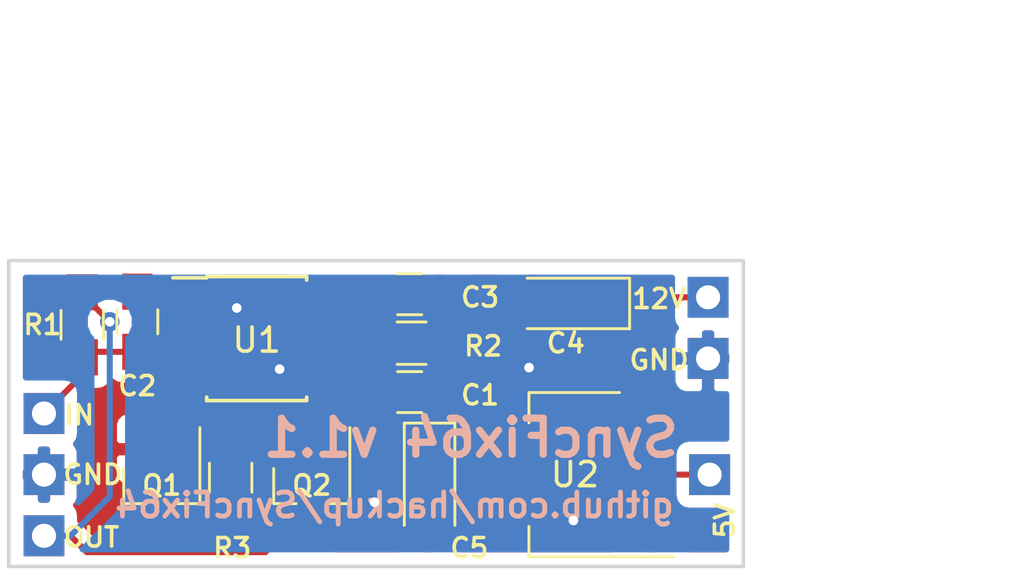
<source format=kicad_pcb>
(kicad_pcb (version 20171130) (host pcbnew "(2017-12-18 revision 3c6d17026)-makepkg")

  (general
    (thickness 1.6)
    (drawings 14)
    (tracks 74)
    (zones 0)
    (modules 15)
    (nets 13)
  )

  (page A4)
  (title_block
    (title SyncFix64)
    (date 2018-01-01)
    (rev 1.1)
    (company hackup.net)
  )

  (layers
    (0 F.Cu signal)
    (31 B.Cu signal)
    (32 B.Adhes user)
    (33 F.Adhes user)
    (34 B.Paste user)
    (35 F.Paste user)
    (36 B.SilkS user)
    (37 F.SilkS user)
    (38 B.Mask user)
    (39 F.Mask user)
    (40 Dwgs.User user)
    (41 Cmts.User user)
    (42 Eco1.User user)
    (43 Eco2.User user)
    (44 Edge.Cuts user)
    (45 Margin user)
    (46 B.CrtYd user)
    (47 F.CrtYd user)
    (48 B.Fab user)
    (49 F.Fab user)
  )

  (setup
    (last_trace_width 0.25)
    (trace_clearance 0.2)
    (zone_clearance 0.508)
    (zone_45_only no)
    (trace_min 0.2)
    (segment_width 0.2)
    (edge_width 0.15)
    (via_size 0.8)
    (via_drill 0.4)
    (via_min_size 0.4)
    (via_min_drill 0.3)
    (uvia_size 0.3)
    (uvia_drill 0.1)
    (uvias_allowed no)
    (uvia_min_size 0.2)
    (uvia_min_drill 0.1)
    (pcb_text_width 0.3)
    (pcb_text_size 1.5 1.5)
    (mod_edge_width 0.15)
    (mod_text_size 1 1)
    (mod_text_width 0.15)
    (pad_size 0.6 0.6)
    (pad_drill 0.3)
    (pad_to_mask_clearance 0.2)
    (aux_axis_origin 0 0)
    (visible_elements 7FFDFFFF)
    (pcbplotparams
      (layerselection 0x010fc_ffffffff)
      (usegerberextensions false)
      (usegerberattributes false)
      (usegerberadvancedattributes false)
      (creategerberjobfile false)
      (excludeedgelayer true)
      (linewidth 0.100000)
      (plotframeref false)
      (viasonmask false)
      (mode 1)
      (useauxorigin false)
      (hpglpennumber 1)
      (hpglpenspeed 20)
      (hpglpendiameter 15)
      (psnegative false)
      (psa4output false)
      (plotreference true)
      (plotvalue true)
      (plotinvisibletext false)
      (padsonsilk false)
      (subtractmaskfromsilk false)
      (outputformat 1)
      (mirror false)
      (drillshape 1)
      (scaleselection 1)
      (outputdirectory ""))
  )

  (net 0 "")
  (net 1 "Net-(C1-Pad1)")
  (net 2 GND)
  (net 3 "Net-(C2-Pad2)")
  (net 4 VideoIN)
  (net 5 +5V)
  (net 6 +12V)
  (net 7 VideoOUT)
  (net 8 "Net-(Q1-Pad1)")
  (net 9 "Net-(Q1-Pad3)")
  (net 10 "Net-(U1-Pad1)")
  (net 11 "Net-(U1-Pad5)")
  (net 12 "Net-(U1-Pad7)")

  (net_class Default "This is the default net class."
    (clearance 0.2)
    (trace_width 0.25)
    (via_dia 0.8)
    (via_drill 0.4)
    (uvia_dia 0.3)
    (uvia_drill 0.1)
    (add_net +12V)
    (add_net +5V)
    (add_net GND)
    (add_net "Net-(C1-Pad1)")
    (add_net "Net-(C2-Pad2)")
    (add_net "Net-(Q1-Pad1)")
    (add_net "Net-(Q1-Pad3)")
    (add_net "Net-(U1-Pad1)")
    (add_net "Net-(U1-Pad5)")
    (add_net "Net-(U1-Pad7)")
    (add_net VideoIN)
    (add_net VideoOUT)
  )

  (module Pin_Headers:Pin_Header_Straight_1x01_Pitch2.54mm (layer F.Cu) (tedit 5A48ECF0) (tstamp 5A636698)
    (at 145.923 74.93)
    (descr "Through hole straight pin header, 1x01, 2.54mm pitch, single row")
    (tags "Through hole pin header THT 1x01 2.54mm single row")
    (path /5A48EC72)
    (fp_text reference J3 (at 0 -2.33) (layer F.SilkS) hide
      (effects (font (size 1 1) (thickness 0.15)))
    )
    (fp_text value AltPwr (at 0 2.33) (layer F.Fab)
      (effects (font (size 1 1) (thickness 0.15)))
    )
    (fp_line (start -0.635 -1.27) (end 1.27 -1.27) (layer F.Fab) (width 0.1))
    (fp_line (start 1.27 -1.27) (end 1.27 1.27) (layer F.Fab) (width 0.1))
    (fp_line (start 1.27 1.27) (end -1.27 1.27) (layer F.Fab) (width 0.1))
    (fp_line (start -1.27 1.27) (end -1.27 -0.635) (layer F.Fab) (width 0.1))
    (fp_line (start -1.27 -0.635) (end -0.635 -1.27) (layer F.Fab) (width 0.1))
    (fp_line (start -1.8 -1.8) (end -1.8 1.8) (layer F.CrtYd) (width 0.05))
    (fp_line (start -1.8 1.8) (end 1.8 1.8) (layer F.CrtYd) (width 0.05))
    (fp_line (start 1.8 1.8) (end 1.8 -1.8) (layer F.CrtYd) (width 0.05))
    (fp_line (start 1.8 -1.8) (end -1.8 -1.8) (layer F.CrtYd) (width 0.05))
    (fp_text user %R (at 0 0 90) (layer F.Fab)
      (effects (font (size 1 1) (thickness 0.15)))
    )
    (pad 1 thru_hole rect (at 0 0) (size 1.7 1.7) (drill 1) (layers *.Cu *.Mask)
      (net 5 +5V))
    (model ${KISYS3DMOD}/Pin_Headers.3dshapes/Pin_Header_Straight_1x01_Pitch2.54mm.wrl
      (at (xyz 0 0 0))
      (scale (xyz 1 1 1))
      (rotate (xyz 0 0 0))
    )
  )

  (module Pin_Headers:Pin_Header_Straight_1x02_Pitch2.54mm (layer F.Cu) (tedit 5A48D557) (tstamp 5A51CD8D)
    (at 145.8595 67.564)
    (descr "Through hole straight pin header, 1x02, 2.54mm pitch, single row")
    (tags "Through hole pin header THT 1x02 2.54mm single row")
    (path /5A455CEA)
    (fp_text reference J1 (at 0 -2.33) (layer F.SilkS) hide
      (effects (font (size 1 1) (thickness 0.15)))
    )
    (fp_text value Pwr (at 0 4.87) (layer F.Fab)
      (effects (font (size 1 1) (thickness 0.15)))
    )
    (fp_line (start -0.635 -1.27) (end 1.27 -1.27) (layer F.Fab) (width 0.1))
    (fp_line (start 1.27 -1.27) (end 1.27 3.81) (layer F.Fab) (width 0.1))
    (fp_line (start 1.27 3.81) (end -1.27 3.81) (layer F.Fab) (width 0.1))
    (fp_line (start -1.27 3.81) (end -1.27 -0.635) (layer F.Fab) (width 0.1))
    (fp_line (start -1.27 -0.635) (end -0.635 -1.27) (layer F.Fab) (width 0.1))
    (fp_line (start -1.8 -1.8) (end -1.8 4.35) (layer F.CrtYd) (width 0.05))
    (fp_line (start -1.8 4.35) (end 1.8 4.35) (layer F.CrtYd) (width 0.05))
    (fp_line (start 1.8 4.35) (end 1.8 -1.8) (layer F.CrtYd) (width 0.05))
    (fp_line (start 1.8 -1.8) (end -1.8 -1.8) (layer F.CrtYd) (width 0.05))
    (fp_text user %R (at 0 1.27 90) (layer F.Fab)
      (effects (font (size 1 1) (thickness 0.15)))
    )
    (pad 1 thru_hole rect (at 0 0) (size 1.7 1.7) (drill 1) (layers *.Cu *.Mask)
      (net 6 +12V))
    (pad 2 thru_hole rect (at 0 2.54) (size 1.7 1.7) (drill 1) (layers *.Cu *.Mask)
      (net 2 GND))
    (model ${KISYS3DMOD}/Pin_Headers.3dshapes/Pin_Header_Straight_1x02_Pitch2.54mm.wrl
      (at (xyz 0 0 0))
      (scale (xyz 1 1 1))
      (rotate (xyz 0 0 0))
    )
  )

  (module Pin_Headers:Pin_Header_Straight_1x03_Pitch2.54mm (layer F.Cu) (tedit 5A48D52B) (tstamp 5A51CDA2)
    (at 118.3005 77.47 180)
    (descr "Through hole straight pin header, 1x03, 2.54mm pitch, single row")
    (tags "Through hole pin header THT 1x03 2.54mm single row")
    (path /5A45C797)
    (fp_text reference J2 (at 0 -2.33 180) (layer F.SilkS) hide
      (effects (font (size 1 1) (thickness 0.15)))
    )
    (fp_text value Video (at 0 7.41 180) (layer F.Fab)
      (effects (font (size 1 1) (thickness 0.15)))
    )
    (fp_line (start -0.635 -1.27) (end 1.27 -1.27) (layer F.Fab) (width 0.1))
    (fp_line (start 1.27 -1.27) (end 1.27 6.35) (layer F.Fab) (width 0.1))
    (fp_line (start 1.27 6.35) (end -1.27 6.35) (layer F.Fab) (width 0.1))
    (fp_line (start -1.27 6.35) (end -1.27 -0.635) (layer F.Fab) (width 0.1))
    (fp_line (start -1.27 -0.635) (end -0.635 -1.27) (layer F.Fab) (width 0.1))
    (fp_line (start -1.8 -1.8) (end -1.8 6.85) (layer F.CrtYd) (width 0.05))
    (fp_line (start -1.8 6.85) (end 1.8 6.85) (layer F.CrtYd) (width 0.05))
    (fp_line (start 1.8 6.85) (end 1.8 -1.8) (layer F.CrtYd) (width 0.05))
    (fp_line (start 1.8 -1.8) (end -1.8 -1.8) (layer F.CrtYd) (width 0.05))
    (fp_text user %R (at 0 2.54 270) (layer F.Fab)
      (effects (font (size 1 1) (thickness 0.15)))
    )
    (pad 1 thru_hole rect (at 0 0 180) (size 1.7 1.7) (drill 1) (layers *.Cu *.Mask)
      (net 7 VideoOUT))
    (pad 2 thru_hole rect (at 0 2.54 180) (size 1.7 1.7) (drill 1) (layers *.Cu *.Mask)
      (net 2 GND))
    (pad 3 thru_hole rect (at 0 5.08 180) (size 1.7 1.7) (drill 1) (layers *.Cu *.Mask)
      (net 4 VideoIN))
    (model ${KISYS3DMOD}/Pin_Headers.3dshapes/Pin_Header_Straight_1x03_Pitch2.54mm.wrl
      (at (xyz 0 0 0))
      (scale (xyz 1 1 1))
      (rotate (xyz 0 0 0))
    )
  )

  (module Capacitors_SMD:C_0805_HandSoldering (layer F.Cu) (tedit 5A48D089) (tstamp 5A56E8F4)
    (at 133.477 71.501)
    (descr "Capacitor SMD 0805, hand soldering")
    (tags "capacitor 0805")
    (path /5A4561A1)
    (attr smd)
    (fp_text reference C1 (at 2.921 0.127) (layer F.SilkS)
      (effects (font (size 0.8 0.8) (thickness 0.15)))
    )
    (fp_text value 100n (at 0 1.75) (layer F.Fab)
      (effects (font (size 1 1) (thickness 0.15)))
    )
    (fp_text user %R (at 0 -1.75) (layer F.Fab)
      (effects (font (size 1 1) (thickness 0.15)))
    )
    (fp_line (start -1 0.62) (end -1 -0.62) (layer F.Fab) (width 0.1))
    (fp_line (start 1 0.62) (end -1 0.62) (layer F.Fab) (width 0.1))
    (fp_line (start 1 -0.62) (end 1 0.62) (layer F.Fab) (width 0.1))
    (fp_line (start -1 -0.62) (end 1 -0.62) (layer F.Fab) (width 0.1))
    (fp_line (start 0.5 -0.85) (end -0.5 -0.85) (layer F.SilkS) (width 0.12))
    (fp_line (start -0.5 0.85) (end 0.5 0.85) (layer F.SilkS) (width 0.12))
    (fp_line (start -2.25 -0.88) (end 2.25 -0.88) (layer F.CrtYd) (width 0.05))
    (fp_line (start -2.25 -0.88) (end -2.25 0.87) (layer F.CrtYd) (width 0.05))
    (fp_line (start 2.25 0.87) (end 2.25 -0.88) (layer F.CrtYd) (width 0.05))
    (fp_line (start 2.25 0.87) (end -2.25 0.87) (layer F.CrtYd) (width 0.05))
    (pad 1 smd rect (at -1.25 0) (size 1.5 1.25) (layers F.Cu F.Paste F.Mask)
      (net 1 "Net-(C1-Pad1)"))
    (pad 2 smd rect (at 1.25 0) (size 1.5 1.25) (layers F.Cu F.Paste F.Mask)
      (net 2 GND))
    (model Capacitors_SMD.3dshapes/C_0805.wrl
      (at (xyz 0 0 0))
      (scale (xyz 1 1 1))
      (rotate (xyz 0 0 0))
    )
  )

  (module Capacitors_SMD:C_0805_HandSoldering (layer F.Cu) (tedit 5A48D2B4) (tstamp 5A56E905)
    (at 122.174 68.58 90)
    (descr "Capacitor SMD 0805, hand soldering")
    (tags "capacitor 0805")
    (path /5A456476)
    (attr smd)
    (fp_text reference C2 (at -2.667 0 180) (layer F.SilkS)
      (effects (font (size 0.8 0.8) (thickness 0.15)))
    )
    (fp_text value 100n (at 0 1.75 90) (layer F.Fab)
      (effects (font (size 1 1) (thickness 0.15)))
    )
    (fp_line (start 2.25 0.87) (end -2.25 0.87) (layer F.CrtYd) (width 0.05))
    (fp_line (start 2.25 0.87) (end 2.25 -0.88) (layer F.CrtYd) (width 0.05))
    (fp_line (start -2.25 -0.88) (end -2.25 0.87) (layer F.CrtYd) (width 0.05))
    (fp_line (start -2.25 -0.88) (end 2.25 -0.88) (layer F.CrtYd) (width 0.05))
    (fp_line (start -0.5 0.85) (end 0.5 0.85) (layer F.SilkS) (width 0.12))
    (fp_line (start 0.5 -0.85) (end -0.5 -0.85) (layer F.SilkS) (width 0.12))
    (fp_line (start -1 -0.62) (end 1 -0.62) (layer F.Fab) (width 0.1))
    (fp_line (start 1 -0.62) (end 1 0.62) (layer F.Fab) (width 0.1))
    (fp_line (start 1 0.62) (end -1 0.62) (layer F.Fab) (width 0.1))
    (fp_line (start -1 0.62) (end -1 -0.62) (layer F.Fab) (width 0.1))
    (fp_text user %R (at 0 -1.75 90) (layer F.Fab)
      (effects (font (size 1 1) (thickness 0.15)))
    )
    (pad 2 smd rect (at 1.25 0 90) (size 1.5 1.25) (layers F.Cu F.Paste F.Mask)
      (net 3 "Net-(C2-Pad2)"))
    (pad 1 smd rect (at -1.25 0 90) (size 1.5 1.25) (layers F.Cu F.Paste F.Mask)
      (net 4 VideoIN))
    (model Capacitors_SMD.3dshapes/C_0805.wrl
      (at (xyz 0 0 0))
      (scale (xyz 1 1 1))
      (rotate (xyz 0 0 0))
    )
  )

  (module Capacitors_SMD:C_0805_HandSoldering (layer F.Cu) (tedit 5A48D07B) (tstamp 5A4A6E1A)
    (at 133.477 67.437 180)
    (descr "Capacitor SMD 0805, hand soldering")
    (tags "capacitor 0805")
    (path /5A45BBFB)
    (attr smd)
    (fp_text reference C3 (at -2.921 -0.127 180) (layer F.SilkS)
      (effects (font (size 0.8 0.8) (thickness 0.15)))
    )
    (fp_text value 100n (at 0 1.75 180) (layer F.Fab)
      (effects (font (size 1 1) (thickness 0.15)))
    )
    (fp_text user %R (at 0 -1.75 180) (layer F.Fab)
      (effects (font (size 1 1) (thickness 0.15)))
    )
    (fp_line (start -1 0.62) (end -1 -0.62) (layer F.Fab) (width 0.1))
    (fp_line (start 1 0.62) (end -1 0.62) (layer F.Fab) (width 0.1))
    (fp_line (start 1 -0.62) (end 1 0.62) (layer F.Fab) (width 0.1))
    (fp_line (start -1 -0.62) (end 1 -0.62) (layer F.Fab) (width 0.1))
    (fp_line (start 0.5 -0.85) (end -0.5 -0.85) (layer F.SilkS) (width 0.12))
    (fp_line (start -0.5 0.85) (end 0.5 0.85) (layer F.SilkS) (width 0.12))
    (fp_line (start -2.25 -0.88) (end 2.25 -0.88) (layer F.CrtYd) (width 0.05))
    (fp_line (start -2.25 -0.88) (end -2.25 0.87) (layer F.CrtYd) (width 0.05))
    (fp_line (start 2.25 0.87) (end 2.25 -0.88) (layer F.CrtYd) (width 0.05))
    (fp_line (start 2.25 0.87) (end -2.25 0.87) (layer F.CrtYd) (width 0.05))
    (pad 1 smd rect (at -1.25 0 180) (size 1.5 1.25) (layers F.Cu F.Paste F.Mask)
      (net 2 GND))
    (pad 2 smd rect (at 1.25 0 180) (size 1.5 1.25) (layers F.Cu F.Paste F.Mask)
      (net 5 +5V))
    (model Capacitors_SMD.3dshapes/C_0805.wrl
      (at (xyz 0 0 0))
      (scale (xyz 1 1 1))
      (rotate (xyz 0 0 0))
    )
  )

  (module TO_SOT_Packages_SMD:SOT-23_Handsoldering (layer F.Cu) (tedit 5A48D6E8) (tstamp 5A56E9C6)
    (at 123.19 75.3745 270)
    (descr "SOT-23, Handsoldering")
    (tags SOT-23)
    (path /5A456EA0)
    (attr smd)
    (fp_text reference Q1 (at 0 0) (layer F.SilkS)
      (effects (font (size 0.8 0.8) (thickness 0.15)))
    )
    (fp_text value BSS138 (at 0 2.5 270) (layer F.Fab)
      (effects (font (size 1 1) (thickness 0.15)))
    )
    (fp_line (start 0.76 1.58) (end -0.7 1.58) (layer F.SilkS) (width 0.12))
    (fp_line (start -0.7 1.52) (end 0.7 1.52) (layer F.Fab) (width 0.1))
    (fp_line (start 0.7 -1.52) (end 0.7 1.52) (layer F.Fab) (width 0.1))
    (fp_line (start -0.7 -0.95) (end -0.15 -1.52) (layer F.Fab) (width 0.1))
    (fp_line (start -0.15 -1.52) (end 0.7 -1.52) (layer F.Fab) (width 0.1))
    (fp_line (start -0.7 -0.95) (end -0.7 1.5) (layer F.Fab) (width 0.1))
    (fp_line (start 0.76 -1.58) (end -2.4 -1.58) (layer F.SilkS) (width 0.12))
    (fp_line (start -2.7 1.75) (end -2.7 -1.75) (layer F.CrtYd) (width 0.05))
    (fp_line (start 2.7 1.75) (end -2.7 1.75) (layer F.CrtYd) (width 0.05))
    (fp_line (start 2.7 -1.75) (end 2.7 1.75) (layer F.CrtYd) (width 0.05))
    (fp_line (start -2.7 -1.75) (end 2.7 -1.75) (layer F.CrtYd) (width 0.05))
    (fp_line (start 0.76 -1.58) (end 0.76 -0.65) (layer F.SilkS) (width 0.12))
    (fp_line (start 0.76 1.58) (end 0.76 0.65) (layer F.SilkS) (width 0.12))
    (fp_text user %R (at 0 0) (layer F.Fab)
      (effects (font (size 0.5 0.5) (thickness 0.075)))
    )
    (pad 3 smd rect (at 1.5 0 270) (size 1.9 0.8) (layers F.Cu F.Paste F.Mask)
      (net 9 "Net-(Q1-Pad3)"))
    (pad 2 smd rect (at -1.5 0.95 270) (size 1.9 0.8) (layers F.Cu F.Paste F.Mask)
      (net 2 GND))
    (pad 1 smd rect (at -1.5 -0.95 270) (size 1.9 0.8) (layers F.Cu F.Paste F.Mask)
      (net 8 "Net-(Q1-Pad1)"))
    (model ${KISYS3DMOD}/TO_SOT_Packages_SMD.3dshapes\SOT-23.wrl
      (at (xyz 0 0 0))
      (scale (xyz 1 1 1))
      (rotate (xyz 0 0 0))
    )
  )

  (module TO_SOT_Packages_SMD:SOT-23_Handsoldering (layer F.Cu) (tedit 5A48D6F5) (tstamp 5A56E9DB)
    (at 129.413 75.3745 270)
    (descr "SOT-23, Handsoldering")
    (tags SOT-23)
    (path /5A457046)
    (attr smd)
    (fp_text reference Q2 (at 0 0) (layer F.SilkS)
      (effects (font (size 0.8 0.8) (thickness 0.15)))
    )
    (fp_text value BSS138 (at 0 2.5 270) (layer F.Fab)
      (effects (font (size 1 1) (thickness 0.15)))
    )
    (fp_line (start 0.76 1.58) (end -0.7 1.58) (layer F.SilkS) (width 0.12))
    (fp_line (start -0.7 1.52) (end 0.7 1.52) (layer F.Fab) (width 0.1))
    (fp_line (start 0.7 -1.52) (end 0.7 1.52) (layer F.Fab) (width 0.1))
    (fp_line (start -0.7 -0.95) (end -0.15 -1.52) (layer F.Fab) (width 0.1))
    (fp_line (start -0.15 -1.52) (end 0.7 -1.52) (layer F.Fab) (width 0.1))
    (fp_line (start -0.7 -0.95) (end -0.7 1.5) (layer F.Fab) (width 0.1))
    (fp_line (start 0.76 -1.58) (end -2.4 -1.58) (layer F.SilkS) (width 0.12))
    (fp_line (start -2.7 1.75) (end -2.7 -1.75) (layer F.CrtYd) (width 0.05))
    (fp_line (start 2.7 1.75) (end -2.7 1.75) (layer F.CrtYd) (width 0.05))
    (fp_line (start 2.7 -1.75) (end 2.7 1.75) (layer F.CrtYd) (width 0.05))
    (fp_line (start -2.7 -1.75) (end 2.7 -1.75) (layer F.CrtYd) (width 0.05))
    (fp_line (start 0.76 -1.58) (end 0.76 -0.65) (layer F.SilkS) (width 0.12))
    (fp_line (start 0.76 1.58) (end 0.76 0.65) (layer F.SilkS) (width 0.12))
    (fp_text user %R (at 0 0) (layer F.Fab)
      (effects (font (size 0.5 0.5) (thickness 0.075)))
    )
    (pad 3 smd rect (at 1.5 0 270) (size 1.9 0.8) (layers F.Cu F.Paste F.Mask)
      (net 7 VideoOUT))
    (pad 2 smd rect (at -1.5 0.95 270) (size 1.9 0.8) (layers F.Cu F.Paste F.Mask)
      (net 2 GND))
    (pad 1 smd rect (at -1.5 -0.95 270) (size 1.9 0.8) (layers F.Cu F.Paste F.Mask)
      (net 9 "Net-(Q1-Pad3)"))
    (model ${KISYS3DMOD}/TO_SOT_Packages_SMD.3dshapes\SOT-23.wrl
      (at (xyz 0 0 0))
      (scale (xyz 1 1 1))
      (rotate (xyz 0 0 0))
    )
  )

  (module Resistors_SMD:R_0805_HandSoldering (layer F.Cu) (tedit 5A48D697) (tstamp 5A56E9EC)
    (at 119.888 68.707 90)
    (descr "Resistor SMD 0805, hand soldering")
    (tags "resistor 0805")
    (path /5A458794)
    (attr smd)
    (fp_text reference R1 (at 0 -1.651 180) (layer F.SilkS)
      (effects (font (size 0.8 0.8) (thickness 0.15)))
    )
    (fp_text value 100 (at 0 1.75 90) (layer F.Fab)
      (effects (font (size 1 1) (thickness 0.15)))
    )
    (fp_line (start 2.35 0.9) (end -2.35 0.9) (layer F.CrtYd) (width 0.05))
    (fp_line (start 2.35 0.9) (end 2.35 -0.9) (layer F.CrtYd) (width 0.05))
    (fp_line (start -2.35 -0.9) (end -2.35 0.9) (layer F.CrtYd) (width 0.05))
    (fp_line (start -2.35 -0.9) (end 2.35 -0.9) (layer F.CrtYd) (width 0.05))
    (fp_line (start -0.6 -0.88) (end 0.6 -0.88) (layer F.SilkS) (width 0.12))
    (fp_line (start 0.6 0.88) (end -0.6 0.88) (layer F.SilkS) (width 0.12))
    (fp_line (start -1 -0.62) (end 1 -0.62) (layer F.Fab) (width 0.1))
    (fp_line (start 1 -0.62) (end 1 0.62) (layer F.Fab) (width 0.1))
    (fp_line (start 1 0.62) (end -1 0.62) (layer F.Fab) (width 0.1))
    (fp_line (start -1 0.62) (end -1 -0.62) (layer F.Fab) (width 0.1))
    (fp_text user %R (at 0 0 90) (layer F.Fab)
      (effects (font (size 0.5 0.5) (thickness 0.075)))
    )
    (pad 2 smd rect (at 1.35 0 90) (size 1.5 1.3) (layers F.Cu F.Paste F.Mask)
      (net 7 VideoOUT))
    (pad 1 smd rect (at -1.35 0 90) (size 1.5 1.3) (layers F.Cu F.Paste F.Mask)
      (net 4 VideoIN))
    (model ${KISYS3DMOD}/Resistors_SMD.3dshapes/R_0805.wrl
      (at (xyz 0 0 0))
      (scale (xyz 1 1 1))
      (rotate (xyz 0 0 0))
    )
  )

  (module Resistors_SMD:R_0805_HandSoldering (layer F.Cu) (tedit 5A48D077) (tstamp 5A56E9FD)
    (at 133.557 69.469)
    (descr "Resistor SMD 0805, hand soldering")
    (tags "resistor 0805")
    (path /5A4560E0)
    (attr smd)
    (fp_text reference R2 (at 2.968 0.127) (layer F.SilkS)
      (effects (font (size 0.8 0.8) (thickness 0.15)))
    )
    (fp_text value 680k (at 0 1.75) (layer F.Fab)
      (effects (font (size 1 1) (thickness 0.15)))
    )
    (fp_text user %R (at 2.8575 0.127) (layer F.Fab)
      (effects (font (size 0.5 0.5) (thickness 0.075)))
    )
    (fp_line (start -1 0.62) (end -1 -0.62) (layer F.Fab) (width 0.1))
    (fp_line (start 1 0.62) (end -1 0.62) (layer F.Fab) (width 0.1))
    (fp_line (start 1 -0.62) (end 1 0.62) (layer F.Fab) (width 0.1))
    (fp_line (start -1 -0.62) (end 1 -0.62) (layer F.Fab) (width 0.1))
    (fp_line (start 0.6 0.88) (end -0.6 0.88) (layer F.SilkS) (width 0.12))
    (fp_line (start -0.6 -0.88) (end 0.6 -0.88) (layer F.SilkS) (width 0.12))
    (fp_line (start -2.35 -0.9) (end 2.35 -0.9) (layer F.CrtYd) (width 0.05))
    (fp_line (start -2.35 -0.9) (end -2.35 0.9) (layer F.CrtYd) (width 0.05))
    (fp_line (start 2.35 0.9) (end 2.35 -0.9) (layer F.CrtYd) (width 0.05))
    (fp_line (start 2.35 0.9) (end -2.35 0.9) (layer F.CrtYd) (width 0.05))
    (pad 1 smd rect (at -1.35 0) (size 1.5 1.3) (layers F.Cu F.Paste F.Mask)
      (net 1 "Net-(C1-Pad1)"))
    (pad 2 smd rect (at 1.35 0) (size 1.5 1.3) (layers F.Cu F.Paste F.Mask)
      (net 2 GND))
    (model ${KISYS3DMOD}/Resistors_SMD.3dshapes/R_0805.wrl
      (at (xyz 0 0 0))
      (scale (xyz 1 1 1))
      (rotate (xyz 0 0 0))
    )
  )

  (module Resistors_SMD:R_0805_HandSoldering (layer F.Cu) (tedit 5A48D112) (tstamp 5A56EA0E)
    (at 126.0475 75.057 270)
    (descr "Resistor SMD 0805, hand soldering")
    (tags "resistor 0805")
    (path /5A456F86)
    (attr smd)
    (fp_text reference R3 (at 2.921 -0.0635) (layer F.SilkS)
      (effects (font (size 0.8 0.8) (thickness 0.15)))
    )
    (fp_text value 10k (at 0 1.75 270) (layer F.Fab)
      (effects (font (size 1 1) (thickness 0.15)))
    )
    (fp_line (start 2.35 0.9) (end -2.35 0.9) (layer F.CrtYd) (width 0.05))
    (fp_line (start 2.35 0.9) (end 2.35 -0.9) (layer F.CrtYd) (width 0.05))
    (fp_line (start -2.35 -0.9) (end -2.35 0.9) (layer F.CrtYd) (width 0.05))
    (fp_line (start -2.35 -0.9) (end 2.35 -0.9) (layer F.CrtYd) (width 0.05))
    (fp_line (start -0.6 -0.88) (end 0.6 -0.88) (layer F.SilkS) (width 0.12))
    (fp_line (start 0.6 0.88) (end -0.6 0.88) (layer F.SilkS) (width 0.12))
    (fp_line (start -1 -0.62) (end 1 -0.62) (layer F.Fab) (width 0.1))
    (fp_line (start 1 -0.62) (end 1 0.62) (layer F.Fab) (width 0.1))
    (fp_line (start 1 0.62) (end -1 0.62) (layer F.Fab) (width 0.1))
    (fp_line (start -1 0.62) (end -1 -0.62) (layer F.Fab) (width 0.1))
    (fp_text user %R (at 0 0 270) (layer F.Fab)
      (effects (font (size 0.5 0.5) (thickness 0.075)))
    )
    (pad 2 smd rect (at 1.35 0 270) (size 1.5 1.3) (layers F.Cu F.Paste F.Mask)
      (net 9 "Net-(Q1-Pad3)"))
    (pad 1 smd rect (at -1.35 0 270) (size 1.5 1.3) (layers F.Cu F.Paste F.Mask)
      (net 5 +5V))
    (model ${KISYS3DMOD}/Resistors_SMD.3dshapes/R_0805.wrl
      (at (xyz 0 0 0))
      (scale (xyz 1 1 1))
      (rotate (xyz 0 0 0))
    )
  )

  (module Housings_SOIC:SOIC-8_3.9x4.9mm_Pitch1.27mm (layer F.Cu) (tedit 5A45844D) (tstamp 5A56EA3C)
    (at 127.127 69.2785)
    (descr "8-Lead Plastic Small Outline (SN) - Narrow, 3.90 mm Body [SOIC] (see Microchip Packaging Specification 00000049BS.pdf)")
    (tags "SOIC 1.27")
    (path /5A4522AE)
    (attr smd)
    (fp_text reference U1 (at 0 0.0635) (layer F.SilkS)
      (effects (font (size 1 1) (thickness 0.15)))
    )
    (fp_text value LM1881 (at 0 3.5) (layer F.Fab)
      (effects (font (size 1 1) (thickness 0.15)))
    )
    (fp_text user %R (at 0 0) (layer F.Fab)
      (effects (font (size 1 1) (thickness 0.15)))
    )
    (fp_line (start -0.95 -2.45) (end 1.95 -2.45) (layer F.Fab) (width 0.1))
    (fp_line (start 1.95 -2.45) (end 1.95 2.45) (layer F.Fab) (width 0.1))
    (fp_line (start 1.95 2.45) (end -1.95 2.45) (layer F.Fab) (width 0.1))
    (fp_line (start -1.95 2.45) (end -1.95 -1.45) (layer F.Fab) (width 0.1))
    (fp_line (start -1.95 -1.45) (end -0.95 -2.45) (layer F.Fab) (width 0.1))
    (fp_line (start -3.73 -2.7) (end -3.73 2.7) (layer F.CrtYd) (width 0.05))
    (fp_line (start 3.73 -2.7) (end 3.73 2.7) (layer F.CrtYd) (width 0.05))
    (fp_line (start -3.73 -2.7) (end 3.73 -2.7) (layer F.CrtYd) (width 0.05))
    (fp_line (start -3.73 2.7) (end 3.73 2.7) (layer F.CrtYd) (width 0.05))
    (fp_line (start -2.075 -2.575) (end -2.075 -2.525) (layer F.SilkS) (width 0.15))
    (fp_line (start 2.075 -2.575) (end 2.075 -2.43) (layer F.SilkS) (width 0.15))
    (fp_line (start 2.075 2.575) (end 2.075 2.43) (layer F.SilkS) (width 0.15))
    (fp_line (start -2.075 2.575) (end -2.075 2.43) (layer F.SilkS) (width 0.15))
    (fp_line (start -2.075 -2.575) (end 2.075 -2.575) (layer F.SilkS) (width 0.15))
    (fp_line (start -2.075 2.575) (end 2.075 2.575) (layer F.SilkS) (width 0.15))
    (fp_line (start -2.075 -2.525) (end -3.475 -2.525) (layer F.SilkS) (width 0.15))
    (pad 1 smd rect (at -2.7 -1.905) (size 1.55 0.6) (layers F.Cu F.Paste F.Mask)
      (net 10 "Net-(U1-Pad1)"))
    (pad 2 smd rect (at -2.7 -0.635) (size 1.55 0.6) (layers F.Cu F.Paste F.Mask)
      (net 3 "Net-(C2-Pad2)"))
    (pad 3 smd rect (at -2.7 0.635) (size 1.55 0.6) (layers F.Cu F.Paste F.Mask)
      (net 8 "Net-(Q1-Pad1)"))
    (pad 4 smd rect (at -2.7 1.905) (size 1.55 0.6) (layers F.Cu F.Paste F.Mask)
      (net 2 GND))
    (pad 5 smd rect (at 2.7 1.905) (size 1.55 0.6) (layers F.Cu F.Paste F.Mask)
      (net 11 "Net-(U1-Pad5)"))
    (pad 6 smd rect (at 2.7 0.635) (size 1.55 0.6) (layers F.Cu F.Paste F.Mask)
      (net 1 "Net-(C1-Pad1)"))
    (pad 7 smd rect (at 2.7 -0.635) (size 1.55 0.6) (layers F.Cu F.Paste F.Mask)
      (net 12 "Net-(U1-Pad7)"))
    (pad 8 smd rect (at 2.7 -1.905) (size 1.55 0.6) (layers F.Cu F.Paste F.Mask)
      (net 5 +5V))
    (model ${KISYS3DMOD}/Housings_SOIC.3dshapes/SOIC-8_3.9x4.9mm_Pitch1.27mm.wrl
      (at (xyz 0 0 0))
      (scale (xyz 1 1 1))
      (rotate (xyz 0 0 0))
    )
  )

  (module TO_SOT_Packages_SMD:SOT-223-3_TabPin2 (layer F.Cu) (tedit 5A458352) (tstamp 5A56EA52)
    (at 140.335 74.93 180)
    (descr "module CMS SOT223 4 pins")
    (tags "CMS SOT")
    (path /5A452448)
    (attr smd)
    (fp_text reference U2 (at 0 0 180) (layer F.SilkS)
      (effects (font (size 1 1) (thickness 0.15)))
    )
    (fp_text value AMS1117-50 (at 0 4.5 180) (layer F.Fab)
      (effects (font (size 1 1) (thickness 0.15)))
    )
    (fp_text user %R (at 0 0 270) (layer F.Fab)
      (effects (font (size 0.8 0.8) (thickness 0.12)))
    )
    (fp_line (start 1.91 3.41) (end 1.91 2.15) (layer F.SilkS) (width 0.12))
    (fp_line (start 1.91 -3.41) (end 1.91 -2.15) (layer F.SilkS) (width 0.12))
    (fp_line (start 4.4 -3.6) (end -4.4 -3.6) (layer F.CrtYd) (width 0.05))
    (fp_line (start 4.4 3.6) (end 4.4 -3.6) (layer F.CrtYd) (width 0.05))
    (fp_line (start -4.4 3.6) (end 4.4 3.6) (layer F.CrtYd) (width 0.05))
    (fp_line (start -4.4 -3.6) (end -4.4 3.6) (layer F.CrtYd) (width 0.05))
    (fp_line (start -1.85 -2.35) (end -0.85 -3.35) (layer F.Fab) (width 0.1))
    (fp_line (start -1.85 -2.35) (end -1.85 3.35) (layer F.Fab) (width 0.1))
    (fp_line (start -1.85 3.41) (end 1.91 3.41) (layer F.SilkS) (width 0.12))
    (fp_line (start -0.85 -3.35) (end 1.85 -3.35) (layer F.Fab) (width 0.1))
    (fp_line (start -4.1 -3.41) (end 1.91 -3.41) (layer F.SilkS) (width 0.12))
    (fp_line (start -1.85 3.35) (end 1.85 3.35) (layer F.Fab) (width 0.1))
    (fp_line (start 1.85 -3.35) (end 1.85 3.35) (layer F.Fab) (width 0.1))
    (pad 2 smd rect (at 3.15 0 180) (size 2 3.8) (layers F.Cu F.Paste F.Mask)
      (net 5 +5V))
    (pad 2 smd rect (at -3.15 0 180) (size 2 1.5) (layers F.Cu F.Paste F.Mask)
      (net 5 +5V))
    (pad 3 smd rect (at -3.15 2.3 180) (size 2 1.5) (layers F.Cu F.Paste F.Mask)
      (net 6 +12V))
    (pad 1 smd rect (at -3.15 -2.3 180) (size 2 1.5) (layers F.Cu F.Paste F.Mask)
      (net 2 GND))
    (model ${KISYS3DMOD}/TO_SOT_Packages_SMD.3dshapes/SOT-223.wrl
      (at (xyz 0 0 0))
      (scale (xyz 1 1 1))
      (rotate (xyz 0 0 0))
    )
  )

  (module Capacitors_Tantalum_SMD:CP_Tantalum_Case-A_EIA-3216-18_Reflow (layer F.Cu) (tedit 5A48D0A8) (tstamp 5A62CF29)
    (at 139.954 67.818 180)
    (descr "Tantalum capacitor, Case A, EIA 3216-18, 3.2x1.6x1.6mm, Reflow soldering footprint")
    (tags "capacitor tantalum smd")
    (path /5A455BB9)
    (attr smd)
    (fp_text reference C4 (at 0 -1.651 180) (layer F.SilkS)
      (effects (font (size 0.8 0.8) (thickness 0.15)))
    )
    (fp_text value CP (at 0 2.55 180) (layer F.Fab)
      (effects (font (size 1 1) (thickness 0.15)))
    )
    (fp_line (start -2.65 -1.05) (end -2.65 1.05) (layer F.SilkS) (width 0.12))
    (fp_line (start -2.65 1.05) (end 1.6 1.05) (layer F.SilkS) (width 0.12))
    (fp_line (start -2.65 -1.05) (end 1.6 -1.05) (layer F.SilkS) (width 0.12))
    (fp_line (start -1.12 -0.8) (end -1.12 0.8) (layer F.Fab) (width 0.1))
    (fp_line (start -1.28 -0.8) (end -1.28 0.8) (layer F.Fab) (width 0.1))
    (fp_line (start 1.6 -0.8) (end -1.6 -0.8) (layer F.Fab) (width 0.1))
    (fp_line (start 1.6 0.8) (end 1.6 -0.8) (layer F.Fab) (width 0.1))
    (fp_line (start -1.6 0.8) (end 1.6 0.8) (layer F.Fab) (width 0.1))
    (fp_line (start -1.6 -0.8) (end -1.6 0.8) (layer F.Fab) (width 0.1))
    (fp_line (start 2.75 -1.2) (end -2.75 -1.2) (layer F.CrtYd) (width 0.05))
    (fp_line (start 2.75 1.2) (end 2.75 -1.2) (layer F.CrtYd) (width 0.05))
    (fp_line (start -2.75 1.2) (end 2.75 1.2) (layer F.CrtYd) (width 0.05))
    (fp_line (start -2.75 -1.2) (end -2.75 1.2) (layer F.CrtYd) (width 0.05))
    (fp_text user %R (at 0 0 180) (layer F.Fab)
      (effects (font (size 0.7 0.7) (thickness 0.105)))
    )
    (pad 2 smd rect (at 1.375 0 180) (size 1.95 1.5) (layers F.Cu F.Paste F.Mask)
      (net 2 GND))
    (pad 1 smd rect (at -1.375 0 180) (size 1.95 1.5) (layers F.Cu F.Paste F.Mask)
      (net 6 +12V))
    (model Capacitors_Tantalum_SMD.3dshapes/CP_Tantalum_Case-A_EIA-3216-18.wrl
      (at (xyz 0 0 0))
      (scale (xyz 1 1 1))
      (rotate (xyz 0 0 0))
    )
  )

  (module Capacitors_Tantalum_SMD:CP_Tantalum_Case-A_EIA-3216-18_Reflow (layer F.Cu) (tedit 5A48D0EE) (tstamp 5A62CF3C)
    (at 134.3025 75.438 270)
    (descr "Tantalum capacitor, Case A, EIA 3216-18, 3.2x1.6x1.6mm, Reflow soldering footprint")
    (tags "capacitor tantalum smd")
    (path /5A455B2C)
    (attr smd)
    (fp_text reference C5 (at 2.54 -1.651) (layer F.SilkS)
      (effects (font (size 0.8 0.8) (thickness 0.15)))
    )
    (fp_text value CP (at 0 2.55 270) (layer F.Fab)
      (effects (font (size 1 1) (thickness 0.15)))
    )
    (fp_text user %R (at 0 0 270) (layer F.Fab)
      (effects (font (size 0.7 0.7) (thickness 0.105)))
    )
    (fp_line (start -2.75 -1.2) (end -2.75 1.2) (layer F.CrtYd) (width 0.05))
    (fp_line (start -2.75 1.2) (end 2.75 1.2) (layer F.CrtYd) (width 0.05))
    (fp_line (start 2.75 1.2) (end 2.75 -1.2) (layer F.CrtYd) (width 0.05))
    (fp_line (start 2.75 -1.2) (end -2.75 -1.2) (layer F.CrtYd) (width 0.05))
    (fp_line (start -1.6 -0.8) (end -1.6 0.8) (layer F.Fab) (width 0.1))
    (fp_line (start -1.6 0.8) (end 1.6 0.8) (layer F.Fab) (width 0.1))
    (fp_line (start 1.6 0.8) (end 1.6 -0.8) (layer F.Fab) (width 0.1))
    (fp_line (start 1.6 -0.8) (end -1.6 -0.8) (layer F.Fab) (width 0.1))
    (fp_line (start -1.28 -0.8) (end -1.28 0.8) (layer F.Fab) (width 0.1))
    (fp_line (start -1.12 -0.8) (end -1.12 0.8) (layer F.Fab) (width 0.1))
    (fp_line (start -2.65 -1.05) (end 1.6 -1.05) (layer F.SilkS) (width 0.12))
    (fp_line (start -2.65 1.05) (end 1.6 1.05) (layer F.SilkS) (width 0.12))
    (fp_line (start -2.65 -1.05) (end -2.65 1.05) (layer F.SilkS) (width 0.12))
    (pad 1 smd rect (at -1.375 0 270) (size 1.95 1.5) (layers F.Cu F.Paste F.Mask)
      (net 5 +5V))
    (pad 2 smd rect (at 1.375 0 270) (size 1.95 1.5) (layers F.Cu F.Paste F.Mask)
      (net 2 GND))
    (model Capacitors_Tantalum_SMD.3dshapes/CP_Tantalum_Case-A_EIA-3216-18.wrl
      (at (xyz 0 0 0))
      (scale (xyz 1 1 1))
      (rotate (xyz 0 0 0))
    )
  )

  (gr_text 5V (at 146.558 76.835 90) (layer F.SilkS) (tstamp 5A6380FA)
    (effects (font (size 0.8 0.8) (thickness 0.15)))
  )
  (gr_text "SyncFix64 v1.1" (at 136.017 73.406) (layer B.SilkS)
    (effects (font (size 1.5 1.5) (thickness 0.3)) (justify mirror))
  )
  (gr_text github.com/hackup/SyncFix64 (at 132.842 76.2) (layer B.SilkS)
    (effects (font (size 1 1) (thickness 0.2)) (justify mirror))
  )
  (gr_text 12V (at 143.8275 67.6275) (layer F.SilkS) (tstamp 5A51E8E3)
    (effects (font (size 0.8 0.8) (thickness 0.15)))
  )
  (gr_text GND (at 143.8275 70.1675) (layer F.SilkS) (tstamp 5A51E8E1)
    (effects (font (size 0.8 0.8) (thickness 0.15)))
  )
  (gr_text OUT (at 120.269 77.5335) (layer F.SilkS) (tstamp 5A51E8B0)
    (effects (font (size 0.8 0.8) (thickness 0.15)))
  )
  (gr_text GND (at 120.3325 74.93) (layer F.SilkS) (tstamp 5A51E8A8)
    (effects (font (size 0.8 0.8) (thickness 0.15)))
  )
  (gr_text IN (at 119.761 72.4535) (layer F.SilkS)
    (effects (font (size 0.8 0.8) (thickness 0.15)))
  )
  (dimension 30.48 (width 0.3) (layer Dwgs.User)
    (gr_text "30.480 mm" (at 132.08 57.07) (layer Dwgs.User)
      (effects (font (size 1.5 1.5) (thickness 0.3)))
    )
    (feature1 (pts (xy 147.32 62.23) (xy 147.32 55.72)))
    (feature2 (pts (xy 116.84 62.23) (xy 116.84 55.72)))
    (crossbar (pts (xy 116.84 58.42) (xy 147.32 58.42)))
    (arrow1a (pts (xy 147.32 58.42) (xy 146.193496 59.006421)))
    (arrow1b (pts (xy 147.32 58.42) (xy 146.193496 57.833579)))
    (arrow2a (pts (xy 116.84 58.42) (xy 117.966504 59.006421)))
    (arrow2b (pts (xy 116.84 58.42) (xy 117.966504 57.833579)))
  )
  (dimension 12.7 (width 0.3) (layer Dwgs.User)
    (gr_text "12.700 mm" (at 156.29 72.39 270) (layer Dwgs.User)
      (effects (font (size 1.5 1.5) (thickness 0.3)))
    )
    (feature1 (pts (xy 151.13 78.74) (xy 157.64 78.74)))
    (feature2 (pts (xy 151.13 66.04) (xy 157.64 66.04)))
    (crossbar (pts (xy 154.94 66.04) (xy 154.94 78.74)))
    (arrow1a (pts (xy 154.94 78.74) (xy 154.353579 77.613496)))
    (arrow1b (pts (xy 154.94 78.74) (xy 155.526421 77.613496)))
    (arrow2a (pts (xy 154.94 66.04) (xy 154.353579 67.166504)))
    (arrow2b (pts (xy 154.94 66.04) (xy 155.526421 67.166504)))
  )
  (gr_line (start 116.84 78.74) (end 147.32 78.74) (angle 90) (layer Edge.Cuts) (width 0.15))
  (gr_line (start 147.32 66.04) (end 116.84 66.04) (angle 90) (layer Edge.Cuts) (width 0.15))
  (gr_line (start 116.84 66.04) (end 116.84 78.74) (angle 90) (layer Edge.Cuts) (width 0.15))
  (gr_line (start 147.32 66.04) (end 147.32 78.74) (angle 90) (layer Edge.Cuts) (width 0.15))

  (segment (start 132.227 71.501) (end 132.227 69.489) (width 0.25) (layer F.Cu) (net 1))
  (segment (start 132.227 69.489) (end 132.207 69.469) (width 0.25) (layer F.Cu) (net 1))
  (segment (start 129.827 69.9135) (end 131.7625 69.9135) (width 0.25) (layer F.Cu) (net 1))
  (segment (start 131.7625 69.9135) (end 132.207 69.469) (width 0.25) (layer F.Cu) (net 1))
  (segment (start 132.5715 71.401) (end 132.6715 71.501) (width 0.25) (layer F.Cu) (net 1))
  (segment (start 132.127 69.9135) (end 132.5715 69.469) (width 0.25) (layer F.Cu) (net 1))
  (via (at 132.0165 76.073) (size 0.8) (drill 0.4) (layers F.Cu B.Cu) (net 2))
  (via (at 140.2715 76.835) (size 0.8) (drill 0.4) (layers F.Cu B.Cu) (net 2))
  (via (at 138.43 70.485) (size 0.8) (drill 0.4) (layers F.Cu B.Cu) (net 2))
  (via (at 128.0795 70.5485) (size 0.8) (drill 0.4) (layers F.Cu B.Cu) (net 2))
  (via (at 126.3015 68.0085) (size 0.8) (drill 0.4) (layers F.Cu B.Cu) (net 2))
  (segment (start 122.174 67.33) (end 122.174 67.455) (width 0.25) (layer F.Cu) (net 3))
  (segment (start 122.174 67.455) (end 123.3625 68.6435) (width 0.25) (layer F.Cu) (net 3))
  (segment (start 123.3625 68.6435) (end 123.402 68.6435) (width 0.25) (layer F.Cu) (net 3))
  (segment (start 123.402 68.6435) (end 124.427 68.6435) (width 0.25) (layer F.Cu) (net 3))
  (segment (start 118.3005 72.39) (end 119.888 70.8025) (width 0.25) (layer F.Cu) (net 4))
  (segment (start 119.888 70.8025) (end 119.888 70.057) (width 0.25) (layer F.Cu) (net 4))
  (segment (start 118.1735 72.263) (end 118.3005 72.39) (width 0.25) (layer F.Cu) (net 4) (status 30))
  (segment (start 122.174 69.83) (end 120.115 69.83) (width 0.25) (layer F.Cu) (net 4))
  (segment (start 120.115 69.83) (end 119.888 70.057) (width 0.25) (layer F.Cu) (net 4))
  (segment (start 127.127 71.12) (end 126.0475 72.1995) (width 0.25) (layer F.Cu) (net 5))
  (segment (start 126.0475 72.1995) (end 126.0475 73.707) (width 0.25) (layer F.Cu) (net 5))
  (segment (start 127.127 69.0485) (end 127.127 71.12) (width 0.25) (layer F.Cu) (net 5))
  (segment (start 129.827 67.3735) (end 128.802 67.3735) (width 0.25) (layer F.Cu) (net 5))
  (segment (start 128.802 67.3735) (end 127.127 69.0485) (width 0.25) (layer F.Cu) (net 5))
  (segment (start 132.227 67.437) (end 129.8905 67.437) (width 0.25) (layer F.Cu) (net 5))
  (segment (start 129.8905 67.437) (end 129.827 67.3735) (width 0.25) (layer F.Cu) (net 5))
  (segment (start 134.3025 74.063) (end 134.3025 73.838) (width 0.25) (layer F.Cu) (net 5))
  (segment (start 134.3025 73.838) (end 133.302001 72.837501) (width 0.25) (layer F.Cu) (net 5))
  (segment (start 133.302001 72.837501) (end 133.302001 68.387001) (width 0.25) (layer F.Cu) (net 5))
  (segment (start 133.302001 68.387001) (end 132.352 67.437) (width 0.25) (layer F.Cu) (net 5))
  (segment (start 132.352 67.437) (end 132.227 67.437) (width 0.25) (layer F.Cu) (net 5))
  (segment (start 137.185 74.93) (end 135.1695 74.93) (width 0.25) (layer F.Cu) (net 5))
  (segment (start 135.1695 74.93) (end 134.3025 74.063) (width 0.25) (layer F.Cu) (net 5))
  (segment (start 143.485 74.93) (end 137.185 74.93) (width 0.25) (layer F.Cu) (net 5))
  (segment (start 145.923 74.93) (end 143.485 74.93) (width 0.25) (layer F.Cu) (net 5))
  (segment (start 126.0475 73.707) (end 126.0475 73.607) (width 0.25) (layer F.Cu) (net 5))
  (segment (start 129.479 67.3735) (end 129.954 67.3735) (width 0.25) (layer F.Cu) (net 5))
  (segment (start 132.608 67.3735) (end 132.6715 67.437) (width 0.25) (layer F.Cu) (net 5))
  (segment (start 143.485 72.63) (end 143.485 68.8385) (width 0.25) (layer F.Cu) (net 6))
  (segment (start 143.485 68.8385) (end 144.7595 67.564) (width 0.25) (layer F.Cu) (net 6))
  (segment (start 144.7595 67.564) (end 145.8595 67.564) (width 0.25) (layer F.Cu) (net 6))
  (segment (start 143.743 72.63) (end 143.993 72.63) (width 0.25) (layer F.Cu) (net 6))
  (segment (start 143.993 72.63) (end 144.243 72.63) (width 0.25) (layer F.Cu) (net 6))
  (segment (start 145.8595 67.564) (end 141.456 67.564) (width 0.25) (layer F.Cu) (net 6) (status 10))
  (segment (start 141.456 67.564) (end 141.202 67.818) (width 0.25) (layer F.Cu) (net 6) (status 30))
  (segment (start 121.031 68.58) (end 121.031 75.8395) (width 0.25) (layer B.Cu) (net 7))
  (segment (start 121.031 75.8395) (end 119.4005 77.47) (width 0.25) (layer B.Cu) (net 7))
  (segment (start 119.4005 77.47) (end 118.3005 77.47) (width 0.25) (layer B.Cu) (net 7))
  (segment (start 119.888 67.437) (end 121.031 68.58) (width 0.25) (layer F.Cu) (net 7))
  (segment (start 119.888 67.357) (end 119.888 67.437) (width 0.25) (layer F.Cu) (net 7))
  (via (at 121.031 68.58) (size 0.8) (drill 0.4) (layers F.Cu B.Cu) (net 7))
  (segment (start 118.3005 77.47) (end 119.4005 77.47) (width 0.25) (layer F.Cu) (net 7))
  (segment (start 119.4005 77.47) (end 120.080001 78.149501) (width 0.25) (layer F.Cu) (net 7))
  (segment (start 120.080001 78.149501) (end 127.487999 78.149501) (width 0.25) (layer F.Cu) (net 7))
  (segment (start 127.487999 78.149501) (end 128.763 76.8745) (width 0.25) (layer F.Cu) (net 7))
  (segment (start 128.763 76.8745) (end 129.413 76.8745) (width 0.25) (layer F.Cu) (net 7))
  (segment (start 119.888 67.357) (end 119.888 67.691) (width 0.25) (layer F.Cu) (net 7))
  (segment (start 119.888 67.357) (end 119.888 67.457) (width 0.25) (layer F.Cu) (net 7))
  (segment (start 124.427 69.9135) (end 123.952 69.9135) (width 0.25) (layer F.Cu) (net 8))
  (segment (start 123.952 69.9135) (end 123.326999 70.538501) (width 0.25) (layer F.Cu) (net 8))
  (segment (start 123.326999 70.538501) (end 123.326999 71.861499) (width 0.25) (layer F.Cu) (net 8))
  (segment (start 123.326999 71.861499) (end 124.14 72.6745) (width 0.25) (layer F.Cu) (net 8))
  (segment (start 124.14 72.6745) (end 124.14 73.8745) (width 0.25) (layer F.Cu) (net 8))
  (segment (start 124.14 73.8745) (end 124.14 73.3245) (width 0.25) (layer F.Cu) (net 8))
  (segment (start 125.029 69.9135) (end 124.554 69.9135) (width 0.25) (layer F.Cu) (net 8))
  (segment (start 124.554 69.9135) (end 124.079 69.9135) (width 0.25) (layer F.Cu) (net 8))
  (segment (start 126.0475 76.407) (end 127.8305 76.407) (width 0.25) (layer F.Cu) (net 9))
  (segment (start 127.8305 76.407) (end 129.163 75.0745) (width 0.25) (layer F.Cu) (net 9))
  (segment (start 129.163 75.0745) (end 129.713 75.0745) (width 0.25) (layer F.Cu) (net 9))
  (segment (start 129.713 75.0745) (end 130.363 74.4245) (width 0.25) (layer F.Cu) (net 9))
  (segment (start 130.363 74.4245) (end 130.363 73.8745) (width 0.25) (layer F.Cu) (net 9))
  (segment (start 123.19 76.8745) (end 125.58 76.8745) (width 0.25) (layer F.Cu) (net 9))
  (segment (start 125.58 76.8745) (end 126.0475 76.407) (width 0.25) (layer F.Cu) (net 9))

  (zone (net 2) (net_name GND) (layer F.Cu) (tstamp 5A632EB9) (hatch edge 0.508)
    (connect_pads (clearance 0.508))
    (min_thickness 0.254)
    (fill yes (arc_segments 16) (thermal_gap 0.508) (thermal_bridge_width 0.508))
    (polygon
      (pts
        (xy 117.094 66.294) (xy 147.066 66.294) (xy 147.066 78.486) (xy 117.094 78.486)
      )
    )
    (filled_polygon
      (pts
        (xy 131.477 72.77344) (xy 132.542001 72.77344) (xy 132.542001 72.837501) (xy 132.599853 73.12834) (xy 132.7646 73.374902)
        (xy 132.90506 73.515362) (xy 132.90506 75.038) (xy 132.954343 75.285765) (xy 133.055427 75.437047) (xy 133.014173 75.478302)
        (xy 132.9175 75.711691) (xy 132.9175 76.52725) (xy 133.07625 76.686) (xy 134.1755 76.686) (xy 134.1755 75.68544)
        (xy 134.4295 75.68544) (xy 134.4295 76.686) (xy 135.52875 76.686) (xy 135.53756 76.67719) (xy 135.53756 76.83)
        (xy 135.56706 76.97831) (xy 135.52875 76.94) (xy 134.4295 76.94) (xy 134.4295 78.03) (xy 134.1755 78.03)
        (xy 134.1755 76.94) (xy 133.07625 76.94) (xy 132.9175 77.09875) (xy 132.9175 77.914309) (xy 132.965421 78.03)
        (xy 130.419564 78.03) (xy 130.46044 77.8245) (xy 130.46044 75.9245) (xy 130.411157 75.676735) (xy 130.320798 75.541504)
        (xy 130.390362 75.47194) (xy 130.763 75.47194) (xy 131.010765 75.422657) (xy 131.220809 75.282309) (xy 131.361157 75.072265)
        (xy 131.41044 74.8245) (xy 131.41044 74.57562) (xy 131.4405 74.4245) (xy 131.4405 73.8745) (xy 131.41044 73.72338)
        (xy 131.41044 72.9245) (xy 131.376413 72.753432)
      )
    )
    (filled_polygon
      (pts
        (xy 141.886843 75.927765) (xy 141.987927 76.079047) (xy 141.946673 76.120301) (xy 141.85 76.35369) (xy 141.85 76.94425)
        (xy 142.00875 77.103) (xy 143.358 77.103) (xy 143.358 76.32744) (xy 143.612 76.32744) (xy 143.612 77.103)
        (xy 144.96125 77.103) (xy 145.12 76.94425) (xy 145.12 76.42744) (xy 146.61 76.42744) (xy 146.61 78.03)
        (xy 145.12 78.03) (xy 145.12 77.51575) (xy 144.96125 77.357) (xy 143.612 77.357) (xy 143.612 78.03)
        (xy 143.358 78.03) (xy 143.358 77.357) (xy 142.00875 77.357) (xy 141.85 77.51575) (xy 141.85 78.03)
        (xy 135.639579 78.03) (xy 135.6875 77.914309) (xy 135.6875 77.228408) (xy 135.727191 77.287809) (xy 135.937235 77.428157)
        (xy 136.185 77.47744) (xy 138.185 77.47744) (xy 138.432765 77.428157) (xy 138.642809 77.287809) (xy 138.783157 77.077765)
        (xy 138.83244 76.83) (xy 138.83244 75.69) (xy 141.839549 75.69)
      )
    )
    (filled_polygon
      (pts
        (xy 121.301235 71.178157) (xy 121.549 71.22744) (xy 122.566999 71.22744) (xy 122.566999 71.861499) (xy 122.624851 72.152338)
        (xy 122.716499 72.2895) (xy 122.52575 72.2895) (xy 122.367 72.44825) (xy 122.367 73.7475) (xy 123.09256 73.7475)
        (xy 123.09256 74.0015) (xy 122.367 74.0015) (xy 122.367 75.30075) (xy 122.452531 75.386281) (xy 122.332191 75.466691)
        (xy 122.191843 75.676735) (xy 122.14256 75.9245) (xy 122.14256 77.389501) (xy 120.394803 77.389501) (xy 119.937901 76.932599)
        (xy 119.79794 76.83908) (xy 119.79794 76.62) (xy 119.748657 76.372235) (xy 119.631551 76.196975) (xy 119.688827 76.139699)
        (xy 119.7855 75.90631) (xy 119.7855 75.21575) (xy 119.62675 75.057) (xy 118.4275 75.057) (xy 118.4275 75.97256)
        (xy 118.1735 75.97256) (xy 118.1735 75.057) (xy 117.55 75.057) (xy 117.55 74.803) (xy 118.1735 74.803)
        (xy 118.1735 73.88744) (xy 118.4275 73.88744) (xy 118.4275 74.803) (xy 119.62675 74.803) (xy 119.7855 74.64425)
        (xy 119.7855 74.16025) (xy 121.205 74.16025) (xy 121.205 74.950809) (xy 121.301673 75.184198) (xy 121.480301 75.362827)
        (xy 121.71369 75.4595) (xy 121.95425 75.4595) (xy 122.113 75.30075) (xy 122.113 74.0015) (xy 121.36375 74.0015)
        (xy 121.205 74.16025) (xy 119.7855 74.16025) (xy 119.7855 73.95369) (xy 119.688827 73.720301) (xy 119.631551 73.663025)
        (xy 119.748657 73.487765) (xy 119.79794 73.24) (xy 119.79794 72.798191) (xy 121.205 72.798191) (xy 121.205 73.58875)
        (xy 121.36375 73.7475) (xy 122.113 73.7475) (xy 122.113 72.44825) (xy 121.95425 72.2895) (xy 121.71369 72.2895)
        (xy 121.480301 72.386173) (xy 121.301673 72.564802) (xy 121.205 72.798191) (xy 119.79794 72.798191) (xy 119.79794 71.967362)
        (xy 120.310862 71.45444) (xy 120.538 71.45444) (xy 120.785765 71.405157) (xy 120.995809 71.264809) (xy 121.13011 71.063814)
      )
    )
    (filled_polygon
      (pts
        (xy 128.40456 68.9435) (xy 128.453843 69.191265) (xy 128.512132 69.2785) (xy 128.453843 69.365735) (xy 128.40456 69.6135)
        (xy 128.40456 70.2135) (xy 128.453843 70.461265) (xy 128.512132 70.5485) (xy 128.453843 70.635735) (xy 128.40456 70.8835)
        (xy 128.40456 71.4835) (xy 128.453843 71.731265) (xy 128.594191 71.941309) (xy 128.804235 72.081657) (xy 129.052 72.13094)
        (xy 130.602 72.13094) (xy 130.82956 72.085676) (xy 130.82956 72.126) (xy 130.863587 72.297068) (xy 130.763 72.27706)
        (xy 129.963 72.27706) (xy 129.715235 72.326343) (xy 129.505191 72.466691) (xy 129.415987 72.600194) (xy 129.401327 72.564802)
        (xy 129.222699 72.386173) (xy 128.98931 72.2895) (xy 128.74875 72.2895) (xy 128.59 72.44825) (xy 128.59 73.7475)
        (xy 129.31556 73.7475) (xy 129.31556 74.0015) (xy 128.59 74.0015) (xy 128.59 74.572698) (xy 128.336 74.826698)
        (xy 128.336 74.0015) (xy 127.58675 74.0015) (xy 127.428 74.16025) (xy 127.428 74.950809) (xy 127.524673 75.184198)
        (xy 127.703301 75.362827) (xy 127.771586 75.391112) (xy 127.515698 75.647) (xy 127.342951 75.647) (xy 127.295657 75.409235)
        (xy 127.155309 75.199191) (xy 126.945265 75.058843) (xy 126.936 75.057) (xy 126.945265 75.055157) (xy 127.155309 74.914809)
        (xy 127.295657 74.704765) (xy 127.34494 74.457) (xy 127.34494 72.957) (xy 127.313352 72.798191) (xy 127.428 72.798191)
        (xy 127.428 73.58875) (xy 127.58675 73.7475) (xy 128.336 73.7475) (xy 128.336 72.44825) (xy 128.17725 72.2895)
        (xy 127.93669 72.2895) (xy 127.703301 72.386173) (xy 127.524673 72.564802) (xy 127.428 72.798191) (xy 127.313352 72.798191)
        (xy 127.295657 72.709235) (xy 127.155309 72.499191) (xy 126.955872 72.36593) (xy 127.664401 71.657401) (xy 127.829148 71.410839)
        (xy 127.887 71.12) (xy 127.887 69.363302) (xy 128.40456 68.845742)
      )
    )
    (filled_polygon
      (pts
        (xy 134.854 67.31) (xy 135.95325 67.31) (xy 136.112 67.15125) (xy 136.112 66.75) (xy 137.048401 66.75)
        (xy 136.969 66.94169) (xy 136.969 67.53225) (xy 137.12775 67.691) (xy 138.452 67.691) (xy 138.452 66.75)
        (xy 138.706 66.75) (xy 138.706 67.691) (xy 139.70656 67.691) (xy 139.70656 67.945) (xy 138.706 67.945)
        (xy 138.706 69.04425) (xy 138.86475 69.203) (xy 139.680309 69.203) (xy 139.913698 69.106327) (xy 139.954953 69.065073)
        (xy 140.106235 69.166157) (xy 140.354 69.21544) (xy 142.304 69.21544) (xy 142.551765 69.166157) (xy 142.725 69.050404)
        (xy 142.725 71.23256) (xy 142.485 71.23256) (xy 142.237235 71.281843) (xy 142.027191 71.422191) (xy 141.886843 71.632235)
        (xy 141.83756 71.88) (xy 141.83756 73.38) (xy 141.886843 73.627765) (xy 141.988564 73.78) (xy 141.886843 73.932235)
        (xy 141.839549 74.17) (xy 138.83244 74.17) (xy 138.83244 73.03) (xy 138.783157 72.782235) (xy 138.642809 72.572191)
        (xy 138.432765 72.431843) (xy 138.185 72.38256) (xy 136.185 72.38256) (xy 136.04665 72.410079) (xy 136.112 72.25231)
        (xy 136.112 71.78675) (xy 135.95325 71.628) (xy 134.854 71.628) (xy 134.854 72.44056) (xy 134.6 72.44056)
        (xy 134.6 71.628) (xy 134.062001 71.628) (xy 134.062001 71.374) (xy 134.6 71.374) (xy 134.6 70.754)
        (xy 134.62125 70.754) (xy 134.78 70.59525) (xy 134.78 70.39975) (xy 134.854 70.39975) (xy 134.854 71.374)
        (xy 135.95325 71.374) (xy 136.112 71.21525) (xy 136.112 70.74969) (xy 136.057034 70.616991) (xy 136.195327 70.478699)
        (xy 136.292 70.24531) (xy 136.292 69.75475) (xy 136.13325 69.596) (xy 135.034 69.596) (xy 135.034 70.241)
        (xy 135.01275 70.241) (xy 134.854 70.39975) (xy 134.78 70.39975) (xy 134.78 69.596) (xy 134.062001 69.596)
        (xy 134.062001 69.342) (xy 134.78 69.342) (xy 134.78 68.34275) (xy 134.62125 68.184) (xy 134.6 68.184)
        (xy 134.6 67.564) (xy 134.854 67.564) (xy 134.854 68.53825) (xy 135.01275 68.697) (xy 135.034 68.697)
        (xy 135.034 69.342) (xy 136.13325 69.342) (xy 136.292 69.18325) (xy 136.292 68.69269) (xy 136.195327 68.459301)
        (xy 136.057034 68.321009) (xy 136.112 68.18831) (xy 136.112 68.10375) (xy 136.969 68.10375) (xy 136.969 68.69431)
        (xy 137.065673 68.927699) (xy 137.244302 69.106327) (xy 137.477691 69.203) (xy 138.29325 69.203) (xy 138.452 69.04425)
        (xy 138.452 67.945) (xy 137.12775 67.945) (xy 136.969 68.10375) (xy 136.112 68.10375) (xy 136.112 67.72275)
        (xy 135.95325 67.564) (xy 134.854 67.564) (xy 134.6 67.564) (xy 133.62444 67.564) (xy 133.62444 67.31)
        (xy 134.6 67.31) (xy 134.6 66.75) (xy 134.854 66.75)
      )
    )
    (filled_polygon
      (pts
        (xy 144.3745 69.12769) (xy 144.3745 69.81825) (xy 144.53325 69.977) (xy 145.7325 69.977) (xy 145.7325 69.06144)
        (xy 145.9865 69.06144) (xy 145.9865 69.977) (xy 146.61 69.977) (xy 146.61 70.231) (xy 145.9865 70.231)
        (xy 145.9865 71.43025) (xy 146.14525 71.589) (xy 146.61 71.589) (xy 146.61 73.43256) (xy 145.121985 73.43256)
        (xy 145.13244 73.38) (xy 145.13244 71.88) (xy 145.083157 71.632235) (xy 145.054268 71.589) (xy 145.57375 71.589)
        (xy 145.7325 71.43025) (xy 145.7325 70.231) (xy 144.53325 70.231) (xy 144.3745 70.38975) (xy 144.3745 71.08031)
        (xy 144.437564 71.23256) (xy 144.245 71.23256) (xy 144.245 69.153302) (xy 144.44796 68.950342)
      )
    )
    (filled_polygon
      (pts
        (xy 128.264599 66.836099) (xy 126.589599 68.511099) (xy 126.424852 68.757661) (xy 126.367 69.0485) (xy 126.367 70.805198)
        (xy 125.769974 71.402224) (xy 125.67825 71.3105) (xy 124.554 71.3105) (xy 124.554 71.95975) (xy 124.71275 72.1185)
        (xy 125.303612 72.1185) (xy 125.2875 72.1995) (xy 125.2875 72.33144) (xy 125.149735 72.358843) (xy 124.99307 72.463524)
        (xy 124.816823 72.345759) (xy 124.677401 72.137099) (xy 124.3 71.759698) (xy 124.3 71.3105) (xy 124.086999 71.3105)
        (xy 124.086999 71.0565) (xy 124.3 71.0565) (xy 124.3 70.86094) (xy 124.554 70.86094) (xy 124.554 71.0565)
        (xy 125.67825 71.0565) (xy 125.837 70.89775) (xy 125.837 70.75719) (xy 125.747232 70.540472) (xy 125.800157 70.461265)
        (xy 125.84944 70.2135) (xy 125.84944 69.6135) (xy 125.800157 69.365735) (xy 125.741868 69.2785) (xy 125.800157 69.191265)
        (xy 125.84944 68.9435) (xy 125.84944 68.3435) (xy 125.800157 68.095735) (xy 125.741868 68.0085) (xy 125.800157 67.921265)
        (xy 125.84944 67.6735) (xy 125.84944 67.0735) (xy 125.800157 66.825735) (xy 125.749552 66.75) (xy 128.393456 66.75)
      )
    )
  )
  (zone (net 2) (net_name GND) (layer B.Cu) (tstamp 5A632EBA) (hatch edge 0.508)
    (connect_pads (clearance 0.508))
    (min_thickness 0.254)
    (fill yes (arc_segments 16) (thermal_gap 0.508) (thermal_bridge_width 0.508))
    (polygon
      (pts
        (xy 117.094 66.294) (xy 147.066 66.294) (xy 147.066 78.486) (xy 117.094 78.486)
      )
    )
    (filled_polygon
      (pts
        (xy 144.36206 68.414) (xy 144.411343 68.661765) (xy 144.528449 68.837025) (xy 144.471173 68.894301) (xy 144.3745 69.12769)
        (xy 144.3745 69.81825) (xy 144.53325 69.977) (xy 145.7325 69.977) (xy 145.7325 69.06144) (xy 145.9865 69.06144)
        (xy 145.9865 69.977) (xy 146.61 69.977) (xy 146.61 70.231) (xy 145.9865 70.231) (xy 145.9865 71.43025)
        (xy 146.14525 71.589) (xy 146.61 71.589) (xy 146.61 73.43256) (xy 145.073 73.43256) (xy 144.825235 73.481843)
        (xy 144.615191 73.622191) (xy 144.474843 73.832235) (xy 144.42556 74.08) (xy 144.42556 75.78) (xy 144.474843 76.027765)
        (xy 144.615191 76.237809) (xy 144.825235 76.378157) (xy 145.073 76.42744) (xy 146.61 76.42744) (xy 146.61 78.03)
        (xy 119.904079 78.03) (xy 119.937901 78.007401) (xy 121.568401 76.376901) (xy 121.733148 76.13034) (xy 121.791 75.8395)
        (xy 121.791 70.38975) (xy 144.3745 70.38975) (xy 144.3745 71.08031) (xy 144.471173 71.313699) (xy 144.649802 71.492327)
        (xy 144.883191 71.589) (xy 145.57375 71.589) (xy 145.7325 71.43025) (xy 145.7325 70.231) (xy 144.53325 70.231)
        (xy 144.3745 70.38975) (xy 121.791 70.38975) (xy 121.791 69.283761) (xy 121.907919 69.167046) (xy 122.06582 68.786777)
        (xy 122.066179 68.375029) (xy 121.908942 67.994485) (xy 121.618046 67.703081) (xy 121.237777 67.54518) (xy 120.826029 67.544821)
        (xy 120.445485 67.702058) (xy 120.154081 67.992954) (xy 119.99618 68.373223) (xy 119.995821 68.784971) (xy 120.153058 69.165515)
        (xy 120.271 69.283663) (xy 120.271 75.524698) (xy 119.71204 76.083658) (xy 119.7855 75.90631) (xy 119.7855 75.21575)
        (xy 119.62675 75.057) (xy 118.4275 75.057) (xy 118.4275 75.97256) (xy 118.1735 75.97256) (xy 118.1735 75.057)
        (xy 117.55 75.057) (xy 117.55 74.803) (xy 118.1735 74.803) (xy 118.1735 73.88744) (xy 118.4275 73.88744)
        (xy 118.4275 74.803) (xy 119.62675 74.803) (xy 119.7855 74.64425) (xy 119.7855 73.95369) (xy 119.688827 73.720301)
        (xy 119.631551 73.663025) (xy 119.748657 73.487765) (xy 119.79794 73.24) (xy 119.79794 71.54) (xy 119.748657 71.292235)
        (xy 119.608309 71.082191) (xy 119.398265 70.941843) (xy 119.1505 70.89256) (xy 117.55 70.89256) (xy 117.55 66.75)
        (xy 144.36206 66.75)
      )
    )
  )
)

</source>
